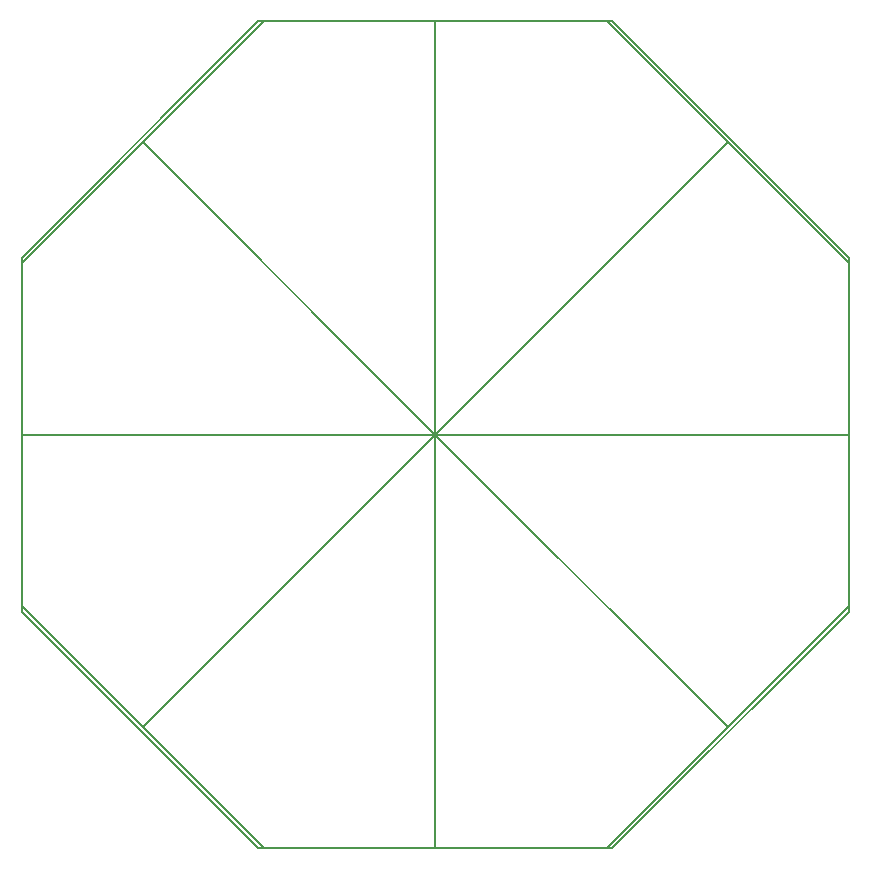
<source format=gbr>
G04 #@! TF.FileFunction,Other,Comment*
%FSLAX46Y46*%
G04 Gerber Fmt 4.6, Leading zero omitted, Abs format (unit mm)*
G04 Created by KiCad (PCBNEW 4.0.6-e0-6349~53~ubuntu14.04.1) date Tue Mar 21 08:09:45 2017*
%MOMM*%
%LPD*%
G01*
G04 APERTURE LIST*
%ADD10C,0.100000*%
%ADD11C,0.200000*%
G04 APERTURE END LIST*
D10*
D11*
X150000000Y-105000000D02*
X185000000Y-105000000D01*
X150000000Y-105000000D02*
X115075000Y-105000000D01*
X150000000Y-105000000D02*
X125235000Y-129765000D01*
X150000000Y-105000000D02*
X150000000Y-139925000D01*
X150000000Y-105000000D02*
X174765000Y-129765000D01*
X150000000Y-105000000D02*
X174765000Y-80235000D01*
X164500000Y-70000000D02*
X135500000Y-70000000D01*
X185000000Y-90500000D02*
X164500000Y-70000000D01*
X185000000Y-119500000D02*
X185000000Y-90500000D01*
X164500000Y-140000000D02*
X185000000Y-119500000D01*
X135500000Y-140000000D02*
X164500000Y-140000000D01*
X115000000Y-119500000D02*
X135500000Y-140000000D01*
X115000000Y-90500000D02*
X115000000Y-119500000D01*
X135500000Y-70000000D02*
X115000000Y-90500000D01*
X150000000Y-105000000D02*
X125250000Y-80250000D01*
X150000000Y-105000000D02*
X150000000Y-70000000D01*
X115000000Y-90000000D02*
X135000000Y-70000000D01*
X115000000Y-120000000D02*
X115000000Y-90000000D01*
X135000000Y-140000000D02*
X115000000Y-120000000D01*
X165000000Y-140000000D02*
X135000000Y-140000000D01*
X185000000Y-120000000D02*
X165000000Y-140000000D01*
X185000000Y-90000000D02*
X185000000Y-120000000D01*
X165000000Y-70000000D02*
X185000000Y-90000000D01*
X135000000Y-70000000D02*
X165000000Y-70000000D01*
M02*

</source>
